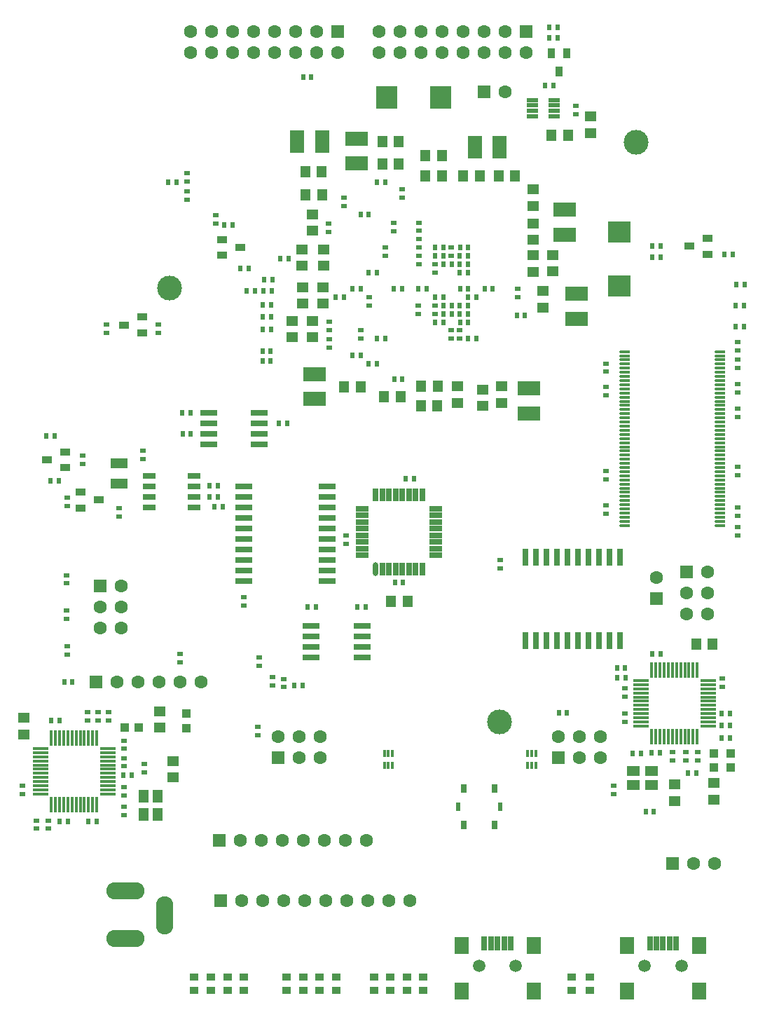
<source format=gts>
G04 Layer_Color=8388736*
%FSLAX44Y44*%
%MOMM*%
G71*
G01*
G75*
%ADD59C,1.6000*%
%ADD128R,1.1000X0.9000*%
%ADD129R,1.3000X0.9000*%
%ADD130R,0.9000X1.3000*%
%ADD131C,3.0000*%
%ADD132R,0.7604X2.1320*%
%ADD133R,2.1320X0.7604*%
%ADD134R,0.5500X0.7000*%
%ADD135R,0.7000X0.5500*%
%ADD136R,1.2032X1.4032*%
%ADD137R,1.4032X1.2032*%
%ADD138R,2.7000X1.7000*%
%ADD139R,1.7000X2.7000*%
%ADD140R,2.5000X2.7000*%
%ADD141R,2.7000X2.5000*%
%ADD142R,1.4970X1.2938*%
%ADD143R,1.2938X1.4970*%
%ADD144R,1.6500X0.7000*%
%ADD145O,1.3000X0.4000*%
%ADD146R,0.4000X0.9500*%
%ADD147R,1.7000X2.1000*%
%ADD148R,0.7000X1.7000*%
%ADD149R,1.1000X1.0000*%
%ADD150R,1.0000X1.1000*%
%ADD151R,0.4000X1.9000*%
%ADD152R,1.9000X0.4000*%
%ADD153R,2.0050X1.2176*%
%ADD154O,0.6500X1.6500*%
%ADD155R,0.6500X1.6500*%
%ADD156R,1.6500X0.6500*%
%ADD157R,1.3446X0.5064*%
%ADD158R,0.5500X1.1160*%
%ADD159R,0.7096X1.1160*%
%ADD160R,1.6000X1.6000*%
%ADD161R,1.6000X1.6000*%
%ADD162C,1.5160*%
%ADD163O,2.1000X4.6000*%
%ADD164O,4.6000X2.1000*%
D59*
X365800Y-60000D02*
D03*
X543600D02*
D03*
X518200D02*
D03*
X492800D02*
D03*
X467400D02*
D03*
X442000D02*
D03*
X416600D02*
D03*
X391200D02*
D03*
X340400D02*
D03*
X841607Y330700D02*
D03*
X912193Y-15000D02*
D03*
X886793D02*
D03*
X903870Y337058D02*
D03*
X878470Y311658D02*
D03*
X903870D02*
D03*
X878470Y286258D02*
D03*
X903870D02*
D03*
X774446Y137922D02*
D03*
Y112522D02*
D03*
X749046Y137922D02*
D03*
Y112522D02*
D03*
X723646Y137922D02*
D03*
X385064D02*
D03*
X410464Y112522D02*
D03*
Y137922D02*
D03*
X435864Y112522D02*
D03*
Y137922D02*
D03*
X291338Y204216D02*
D03*
X265938D02*
D03*
X240538D02*
D03*
X215138D02*
D03*
X189738D02*
D03*
X491900Y13000D02*
D03*
X339500D02*
D03*
X364900D02*
D03*
X390300D02*
D03*
X415700D02*
D03*
X441100D02*
D03*
X466500D02*
D03*
X659168Y917448D02*
D03*
X456892Y964946D02*
D03*
X431492Y990346D02*
D03*
Y964946D02*
D03*
X406092Y990346D02*
D03*
Y964946D02*
D03*
X380692Y990346D02*
D03*
Y964946D02*
D03*
X355292Y990346D02*
D03*
Y964946D02*
D03*
X329892Y990346D02*
D03*
Y964946D02*
D03*
X304492Y990346D02*
D03*
Y964946D02*
D03*
X279092Y990346D02*
D03*
Y964946D02*
D03*
X506930D02*
D03*
Y990346D02*
D03*
X532330Y964946D02*
D03*
Y990346D02*
D03*
X557730Y964946D02*
D03*
Y990346D02*
D03*
X583130Y964946D02*
D03*
Y990346D02*
D03*
X608530Y964946D02*
D03*
Y990346D02*
D03*
X633930Y964946D02*
D03*
Y990346D02*
D03*
X659330Y964946D02*
D03*
Y990346D02*
D03*
X684730Y964946D02*
D03*
X195200Y320150D02*
D03*
X169800Y294750D02*
D03*
X195200D02*
D03*
X169800Y269350D02*
D03*
X195200D02*
D03*
D128*
X560500Y-152000D02*
D03*
Y-168000D02*
D03*
X540500D02*
D03*
Y-152000D02*
D03*
X520500Y-168000D02*
D03*
Y-152000D02*
D03*
X500500D02*
D03*
Y-168000D02*
D03*
X283500Y-152000D02*
D03*
Y-168000D02*
D03*
X303500D02*
D03*
Y-152000D02*
D03*
X343500D02*
D03*
Y-168000D02*
D03*
X323500D02*
D03*
Y-152000D02*
D03*
X395142Y-152000D02*
D03*
Y-168000D02*
D03*
X415142D02*
D03*
Y-152000D02*
D03*
X435142Y-168000D02*
D03*
Y-152000D02*
D03*
X455142D02*
D03*
Y-168000D02*
D03*
X761322Y-168000D02*
D03*
Y-152000D02*
D03*
X740000D02*
D03*
Y-168000D02*
D03*
D129*
X146398Y433606D02*
D03*
Y414606D02*
D03*
X168398Y424106D02*
D03*
X882064Y730504D02*
D03*
X904064Y740004D02*
D03*
Y721004D02*
D03*
X317168Y738734D02*
D03*
Y719734D02*
D03*
X339168Y729234D02*
D03*
X105078Y472694D02*
D03*
X127078Y482194D02*
D03*
Y463194D02*
D03*
X220804Y626008D02*
D03*
Y645008D02*
D03*
X198804Y635508D02*
D03*
D130*
X724520Y941388D02*
D03*
X715020Y963388D02*
D03*
X734020D02*
D03*
D131*
X652394Y155970D02*
D03*
X817106Y856381D02*
D03*
X253791Y679965D02*
D03*
D132*
X798068Y354932D02*
D03*
X785368D02*
D03*
X798068Y254348D02*
D03*
X785368D02*
D03*
X683768Y354932D02*
D03*
X696468D02*
D03*
X709168D02*
D03*
X721868D02*
D03*
X734568D02*
D03*
X747268D02*
D03*
X759968D02*
D03*
X772668D02*
D03*
Y254348D02*
D03*
X759968D02*
D03*
X747268D02*
D03*
X734568D02*
D03*
X721868D02*
D03*
X709168D02*
D03*
X696468D02*
D03*
X683768D02*
D03*
D133*
X443852Y326374D02*
D03*
Y339074D02*
D03*
Y351774D02*
D03*
Y364474D02*
D03*
Y377174D02*
D03*
Y389874D02*
D03*
Y402574D02*
D03*
Y415274D02*
D03*
X343268D02*
D03*
Y402574D02*
D03*
Y389874D02*
D03*
Y377174D02*
D03*
Y364474D02*
D03*
Y351774D02*
D03*
Y339074D02*
D03*
Y326374D02*
D03*
X443852Y427974D02*
D03*
Y440674D02*
D03*
X343268Y427974D02*
D03*
Y440674D02*
D03*
X486102Y233782D02*
D03*
X424634D02*
D03*
X486102Y246482D02*
D03*
Y259182D02*
D03*
X424634Y246482D02*
D03*
Y259182D02*
D03*
X486102Y271882D02*
D03*
X424634D02*
D03*
X300818Y529330D02*
D03*
X362286D02*
D03*
X300818Y516630D02*
D03*
Y503930D02*
D03*
X362286Y516630D02*
D03*
Y503930D02*
D03*
X300818Y491230D02*
D03*
X362286D02*
D03*
D134*
X724000Y167000D02*
D03*
X734000D02*
D03*
X464486Y668782D02*
D03*
X454486D02*
D03*
X504524Y618998D02*
D03*
X514524D02*
D03*
X644318Y678942D02*
D03*
X634318D02*
D03*
X514270Y807974D02*
D03*
X504270D02*
D03*
X474552Y678942D02*
D03*
X484552D02*
D03*
X494458Y769112D02*
D03*
X484458D02*
D03*
X494364Y589026D02*
D03*
X504364D02*
D03*
X534590Y679196D02*
D03*
X524590D02*
D03*
X683180Y647446D02*
D03*
X673180D02*
D03*
X525098Y569976D02*
D03*
X535098D02*
D03*
X504364Y698754D02*
D03*
X494364D02*
D03*
X614506Y619244D02*
D03*
X624506D02*
D03*
X484552Y598678D02*
D03*
X474552D02*
D03*
X614600Y728980D02*
D03*
X604600D02*
D03*
X604346Y719074D02*
D03*
X614346D02*
D03*
X574374Y638810D02*
D03*
X584374D02*
D03*
X604346Y648462D02*
D03*
X614346D02*
D03*
X584534Y708914D02*
D03*
X594534D02*
D03*
X584534Y648462D02*
D03*
X594534D02*
D03*
X594788Y658876D02*
D03*
X584788D02*
D03*
X614346D02*
D03*
X604346D02*
D03*
X614506Y668782D02*
D03*
X624506D02*
D03*
X614600Y678942D02*
D03*
X604600D02*
D03*
X584628Y669036D02*
D03*
X574628D02*
D03*
X574374Y719074D02*
D03*
X584374D02*
D03*
X614600Y638556D02*
D03*
X604600D02*
D03*
X604346Y709168D02*
D03*
X614346D02*
D03*
X574374Y728980D02*
D03*
X584374D02*
D03*
X614346Y698754D02*
D03*
X604346D02*
D03*
X415000Y935000D02*
D03*
X425000D02*
D03*
X490500Y294750D02*
D03*
X480500D02*
D03*
X554562Y678942D02*
D03*
X564562D02*
D03*
X535832Y324286D02*
D03*
X525832D02*
D03*
X549040Y449508D02*
D03*
X539040D02*
D03*
X835994Y118298D02*
D03*
X845994D02*
D03*
X804250Y221500D02*
D03*
X794250D02*
D03*
X823000Y118250D02*
D03*
X813000D02*
D03*
X804592Y208976D02*
D03*
X794592D02*
D03*
X110326Y157828D02*
D03*
X120326D02*
D03*
X155792Y35908D02*
D03*
X165792D02*
D03*
X130486Y35654D02*
D03*
X120486D02*
D03*
X396000Y516750D02*
D03*
X386000D02*
D03*
X136250Y204500D02*
D03*
X126250D02*
D03*
X707500Y925000D02*
D03*
X717500D02*
D03*
X375910Y604076D02*
D03*
X365910D02*
D03*
X375910Y591757D02*
D03*
X365910D02*
D03*
X931084Y136332D02*
D03*
X921084D02*
D03*
X931084Y166050D02*
D03*
X921084D02*
D03*
Y151318D02*
D03*
X931084D02*
D03*
X366500Y630500D02*
D03*
X376500D02*
D03*
Y645607D02*
D03*
X366500D02*
D03*
Y660000D02*
D03*
X376500D02*
D03*
X829000Y48000D02*
D03*
X839000D02*
D03*
X329750Y756250D02*
D03*
X319750D02*
D03*
X349170Y703580D02*
D03*
X339170D02*
D03*
X110000Y447000D02*
D03*
X120000D02*
D03*
X114982Y501650D02*
D03*
X104982D02*
D03*
X377750Y690250D02*
D03*
X367750D02*
D03*
X377250Y676500D02*
D03*
X367250D02*
D03*
X847090Y731266D02*
D03*
X837090D02*
D03*
X420250Y294750D02*
D03*
X430250D02*
D03*
X948102Y633476D02*
D03*
X938102D02*
D03*
Y658622D02*
D03*
X948102D02*
D03*
X948356Y684022D02*
D03*
X938356D02*
D03*
X924132Y721106D02*
D03*
X934132D02*
D03*
X357000Y676500D02*
D03*
X347000D02*
D03*
X837090Y717296D02*
D03*
X847090D02*
D03*
X387500Y715750D02*
D03*
X397500D02*
D03*
X836756Y238440D02*
D03*
X846756D02*
D03*
X880250Y94000D02*
D03*
X890250D02*
D03*
X197956Y91534D02*
D03*
X207956D02*
D03*
X301832Y440944D02*
D03*
X311832D02*
D03*
Y427990D02*
D03*
X301832D02*
D03*
X308086Y416290D02*
D03*
X318086D02*
D03*
X269250Y529000D02*
D03*
X279250D02*
D03*
X279402Y503930D02*
D03*
X269402D02*
D03*
X414702Y200406D02*
D03*
X404702D02*
D03*
X722500Y982500D02*
D03*
X712500D02*
D03*
X722500Y995000D02*
D03*
X712500D02*
D03*
X252048Y808308D02*
D03*
X262048D02*
D03*
D135*
X360000Y150000D02*
D03*
Y140000D02*
D03*
X309118Y758270D02*
D03*
Y768270D02*
D03*
X148336Y477694D02*
D03*
Y467694D02*
D03*
X240030Y625936D02*
D03*
Y635936D02*
D03*
X445955Y757719D02*
D03*
Y747719D02*
D03*
X674624Y678862D02*
D03*
Y668862D02*
D03*
X514604Y728900D02*
D03*
Y718900D02*
D03*
X604520Y619078D02*
D03*
Y629078D02*
D03*
X494538Y658956D02*
D03*
Y668956D02*
D03*
X464312Y789098D02*
D03*
Y779098D02*
D03*
X524510Y758872D02*
D03*
Y748872D02*
D03*
X446786Y638984D02*
D03*
Y628984D02*
D03*
X554736Y759126D02*
D03*
Y749126D02*
D03*
X534670Y789258D02*
D03*
Y799258D02*
D03*
X484378Y628824D02*
D03*
Y618824D02*
D03*
X594360Y718900D02*
D03*
Y728900D02*
D03*
X554228Y658796D02*
D03*
Y648796D02*
D03*
X574548Y648796D02*
D03*
Y658796D02*
D03*
X554736Y729060D02*
D03*
Y739060D02*
D03*
Y708994D02*
D03*
Y718994D02*
D03*
X574548Y699088D02*
D03*
Y709088D02*
D03*
X343522Y296482D02*
D03*
Y306482D02*
D03*
X653250Y351250D02*
D03*
Y341250D02*
D03*
X803910Y186196D02*
D03*
Y196196D02*
D03*
X922020Y208134D02*
D03*
Y198134D02*
D03*
X892302Y109234D02*
D03*
Y119234D02*
D03*
X803910Y165970D02*
D03*
Y155970D02*
D03*
X877824Y109234D02*
D03*
Y119234D02*
D03*
X861314D02*
D03*
Y109234D02*
D03*
X198892Y123364D02*
D03*
Y133364D02*
D03*
Y102282D02*
D03*
Y112282D02*
D03*
X223250Y105250D02*
D03*
Y95250D02*
D03*
X198892Y76976D02*
D03*
Y66976D02*
D03*
X92974Y26844D02*
D03*
Y36844D02*
D03*
X198892Y43608D02*
D03*
Y53608D02*
D03*
X107198Y26844D02*
D03*
Y36844D02*
D03*
X193000Y414000D02*
D03*
Y404000D02*
D03*
X221000Y483750D02*
D03*
Y473750D02*
D03*
X940562Y524082D02*
D03*
Y534082D02*
D03*
X781050Y448644D02*
D03*
Y458644D02*
D03*
X940562Y583772D02*
D03*
Y593772D02*
D03*
Y404956D02*
D03*
Y414956D02*
D03*
Y614934D02*
D03*
Y604934D02*
D03*
X781050Y550244D02*
D03*
Y560244D02*
D03*
X940562Y454232D02*
D03*
Y464232D02*
D03*
X781050Y578946D02*
D03*
Y588946D02*
D03*
X940562Y554054D02*
D03*
Y564054D02*
D03*
X781050Y417274D02*
D03*
Y407274D02*
D03*
X940562Y381080D02*
D03*
Y391080D02*
D03*
X392000Y208000D02*
D03*
Y198000D02*
D03*
X378000Y210000D02*
D03*
Y200000D02*
D03*
X266000Y238000D02*
D03*
Y228000D02*
D03*
X745000Y890000D02*
D03*
Y900000D02*
D03*
X594000Y619000D02*
D03*
Y629000D02*
D03*
X180096Y157400D02*
D03*
Y167400D02*
D03*
X154950D02*
D03*
Y157400D02*
D03*
X167523D02*
D03*
Y167400D02*
D03*
X129712Y416566D02*
D03*
Y426566D02*
D03*
X177800Y635936D02*
D03*
Y625936D02*
D03*
X447000Y608500D02*
D03*
Y618500D02*
D03*
X130000Y237000D02*
D03*
Y247000D02*
D03*
X128750Y290500D02*
D03*
Y280500D02*
D03*
X129000Y323250D02*
D03*
Y333250D02*
D03*
X790000Y78750D02*
D03*
Y68750D02*
D03*
X362204Y233854D02*
D03*
Y223854D02*
D03*
X467000Y381250D02*
D03*
Y371250D02*
D03*
X76210Y68754D02*
D03*
Y78754D02*
D03*
X275000Y787000D02*
D03*
Y797000D02*
D03*
Y819000D02*
D03*
Y809000D02*
D03*
D136*
X464472Y560832D02*
D03*
X484472D02*
D03*
X671162Y815594D02*
D03*
X651162D02*
D03*
X532986Y549148D02*
D03*
X512986D02*
D03*
X418244Y792734D02*
D03*
X438244D02*
D03*
X437736Y820674D02*
D03*
X417736D02*
D03*
X577690Y561848D02*
D03*
X557690D02*
D03*
X583024Y815594D02*
D03*
X563024D02*
D03*
X557436Y537972D02*
D03*
X577436D02*
D03*
X563024Y840232D02*
D03*
X583024D02*
D03*
X628490Y815594D02*
D03*
X608490D02*
D03*
X510700Y857250D02*
D03*
X530700D02*
D03*
X510700Y830072D02*
D03*
X530700D02*
D03*
X541526Y301478D02*
D03*
X521526D02*
D03*
X910000Y250000D02*
D03*
X890000D02*
D03*
X715000Y865000D02*
D03*
X735000D02*
D03*
D137*
X692658Y738284D02*
D03*
Y758284D02*
D03*
X426212Y749206D02*
D03*
Y769206D02*
D03*
X654558Y561180D02*
D03*
Y541180D02*
D03*
X692658Y799432D02*
D03*
Y779432D02*
D03*
X425958Y620428D02*
D03*
Y640428D02*
D03*
X401574D02*
D03*
Y620428D02*
D03*
X632460Y537430D02*
D03*
Y557430D02*
D03*
X414020Y726788D02*
D03*
Y706788D02*
D03*
X704850Y676496D02*
D03*
Y656496D02*
D03*
X692658Y699676D02*
D03*
Y719676D02*
D03*
X414274Y661068D02*
D03*
Y681068D02*
D03*
X439166D02*
D03*
Y661068D02*
D03*
X716788Y720184D02*
D03*
Y700184D02*
D03*
X601218Y561180D02*
D03*
Y541180D02*
D03*
X439928Y706788D02*
D03*
Y726788D02*
D03*
X911860Y62070D02*
D03*
Y82070D02*
D03*
X864190Y80668D02*
D03*
Y60668D02*
D03*
X77734Y140716D02*
D03*
Y160716D02*
D03*
X242072Y168844D02*
D03*
Y148844D02*
D03*
X258074Y108900D02*
D03*
Y88900D02*
D03*
X762500Y887500D02*
D03*
Y867500D02*
D03*
D138*
X730758Y744714D02*
D03*
Y774714D02*
D03*
X688340Y558830D02*
D03*
Y528830D02*
D03*
X745236Y643114D02*
D03*
Y673114D02*
D03*
X428498Y575914D02*
D03*
Y545914D02*
D03*
X479298Y860566D02*
D03*
Y830566D02*
D03*
D139*
X407910Y856996D02*
D03*
X437910D02*
D03*
X652794Y850646D02*
D03*
X622794D02*
D03*
D140*
X516254Y909970D02*
D03*
X581254D02*
D03*
D141*
X797052Y682510D02*
D03*
Y747510D02*
D03*
D142*
X836426Y79364D02*
D03*
X814328D02*
D03*
Y96382D02*
D03*
X836426D02*
D03*
D143*
X222368Y66176D02*
D03*
Y44078D02*
D03*
X239386D02*
D03*
Y66176D02*
D03*
D144*
X282924Y453550D02*
D03*
Y440850D02*
D03*
Y428150D02*
D03*
Y415450D02*
D03*
X228822D02*
D03*
Y428150D02*
D03*
Y440850D02*
D03*
Y453550D02*
D03*
D145*
X804204Y603264D02*
D03*
Y598264D02*
D03*
Y593264D02*
D03*
Y588264D02*
D03*
Y583264D02*
D03*
Y578264D02*
D03*
Y573264D02*
D03*
Y568264D02*
D03*
Y563264D02*
D03*
Y558264D02*
D03*
Y553264D02*
D03*
Y548264D02*
D03*
Y543264D02*
D03*
Y538264D02*
D03*
Y533264D02*
D03*
Y528264D02*
D03*
Y523264D02*
D03*
Y518264D02*
D03*
Y513264D02*
D03*
Y508264D02*
D03*
Y503264D02*
D03*
Y498264D02*
D03*
Y493264D02*
D03*
Y488264D02*
D03*
Y483264D02*
D03*
Y478264D02*
D03*
Y473264D02*
D03*
Y468264D02*
D03*
Y463264D02*
D03*
Y458264D02*
D03*
Y453264D02*
D03*
Y448264D02*
D03*
Y443264D02*
D03*
Y438264D02*
D03*
Y433264D02*
D03*
Y428264D02*
D03*
Y423264D02*
D03*
Y418264D02*
D03*
Y413264D02*
D03*
Y408264D02*
D03*
Y403264D02*
D03*
Y398264D02*
D03*
Y393264D02*
D03*
X919204Y603264D02*
D03*
Y598264D02*
D03*
Y593264D02*
D03*
Y588264D02*
D03*
Y583264D02*
D03*
Y578264D02*
D03*
Y573264D02*
D03*
Y568264D02*
D03*
Y563264D02*
D03*
Y558264D02*
D03*
Y553264D02*
D03*
Y548264D02*
D03*
Y543264D02*
D03*
Y538264D02*
D03*
Y533264D02*
D03*
Y528264D02*
D03*
Y523264D02*
D03*
Y518264D02*
D03*
Y513264D02*
D03*
Y508264D02*
D03*
Y503264D02*
D03*
Y498264D02*
D03*
Y493264D02*
D03*
Y488264D02*
D03*
Y483264D02*
D03*
Y478264D02*
D03*
Y473264D02*
D03*
Y468264D02*
D03*
Y463264D02*
D03*
Y458264D02*
D03*
Y453264D02*
D03*
Y448264D02*
D03*
Y443264D02*
D03*
Y438264D02*
D03*
Y433264D02*
D03*
Y428264D02*
D03*
Y423264D02*
D03*
Y418264D02*
D03*
Y413264D02*
D03*
Y408264D02*
D03*
Y403264D02*
D03*
Y398264D02*
D03*
Y393264D02*
D03*
D146*
X696134Y103494D02*
D03*
X691134D02*
D03*
X686134D02*
D03*
Y117994D02*
D03*
X691134D02*
D03*
X696134D02*
D03*
X523160D02*
D03*
X518160D02*
D03*
X513160D02*
D03*
Y103494D02*
D03*
X518160D02*
D03*
X523160D02*
D03*
D147*
X806600Y-113948D02*
D03*
Y-169000D02*
D03*
X893600Y-113948D02*
D03*
Y-169000D02*
D03*
X693600D02*
D03*
Y-113948D02*
D03*
X606600Y-169000D02*
D03*
Y-113948D02*
D03*
D148*
X834000Y-112000D02*
D03*
X842000D02*
D03*
X850000D02*
D03*
X858000D02*
D03*
X866002D02*
D03*
X666002D02*
D03*
X658000D02*
D03*
X650000D02*
D03*
X642000D02*
D03*
X634000D02*
D03*
D149*
X911860Y101162D02*
D03*
Y118162D02*
D03*
X932180D02*
D03*
Y101162D02*
D03*
X273512Y165726D02*
D03*
Y148726D02*
D03*
D150*
X216028Y149192D02*
D03*
X199028D02*
D03*
D151*
X836354Y137996D02*
D03*
X841354D02*
D03*
X846354D02*
D03*
X851354D02*
D03*
X856354D02*
D03*
X861354D02*
D03*
X866354D02*
D03*
X871354D02*
D03*
X876354D02*
D03*
X881354D02*
D03*
X886354D02*
D03*
X891354D02*
D03*
Y218996D02*
D03*
X886354D02*
D03*
X881354D02*
D03*
X876354D02*
D03*
X871354D02*
D03*
X866354D02*
D03*
X861354D02*
D03*
X856354D02*
D03*
X851354D02*
D03*
X846354D02*
D03*
X841354D02*
D03*
X836354D02*
D03*
X165686Y55860D02*
D03*
X160686D02*
D03*
X155686D02*
D03*
X150686D02*
D03*
X145686D02*
D03*
X140686D02*
D03*
X135686D02*
D03*
X130686D02*
D03*
X125686D02*
D03*
X120686D02*
D03*
X115686D02*
D03*
X110686D02*
D03*
Y136860D02*
D03*
X115686D02*
D03*
X120686D02*
D03*
X125686D02*
D03*
X130686D02*
D03*
X135686D02*
D03*
X140686D02*
D03*
X145686D02*
D03*
X150686D02*
D03*
X155686D02*
D03*
X160686D02*
D03*
X165686D02*
D03*
D152*
X904354Y150996D02*
D03*
Y155996D02*
D03*
Y160996D02*
D03*
Y165996D02*
D03*
Y170996D02*
D03*
Y175996D02*
D03*
Y180996D02*
D03*
Y185996D02*
D03*
Y190996D02*
D03*
Y195996D02*
D03*
Y200996D02*
D03*
Y205996D02*
D03*
X823354D02*
D03*
Y200996D02*
D03*
Y195996D02*
D03*
Y190996D02*
D03*
Y185996D02*
D03*
Y180996D02*
D03*
Y175996D02*
D03*
Y170996D02*
D03*
Y165996D02*
D03*
Y160996D02*
D03*
Y155996D02*
D03*
Y150996D02*
D03*
X97686Y68860D02*
D03*
Y73860D02*
D03*
Y78860D02*
D03*
Y83860D02*
D03*
Y88860D02*
D03*
Y93860D02*
D03*
Y98860D02*
D03*
Y103860D02*
D03*
Y108860D02*
D03*
Y113860D02*
D03*
Y118860D02*
D03*
Y123860D02*
D03*
X178686D02*
D03*
Y118860D02*
D03*
Y113860D02*
D03*
Y108860D02*
D03*
Y103860D02*
D03*
Y98860D02*
D03*
Y93860D02*
D03*
Y88860D02*
D03*
Y83860D02*
D03*
Y78860D02*
D03*
Y73860D02*
D03*
Y68860D02*
D03*
D153*
X192750Y468192D02*
D03*
Y444000D02*
D03*
D154*
X502832Y340750D02*
D03*
D155*
X510832D02*
D03*
X518832D02*
D03*
X526832D02*
D03*
X534832D02*
D03*
X542832D02*
D03*
X550832D02*
D03*
X558832D02*
D03*
Y430250D02*
D03*
X550832D02*
D03*
X542832D02*
D03*
X534832D02*
D03*
X526832D02*
D03*
X518832D02*
D03*
X510832D02*
D03*
X502832D02*
D03*
D156*
X575582Y357500D02*
D03*
Y365500D02*
D03*
Y373500D02*
D03*
Y381500D02*
D03*
Y389500D02*
D03*
Y397500D02*
D03*
Y405500D02*
D03*
Y413500D02*
D03*
X486082D02*
D03*
Y405500D02*
D03*
Y397500D02*
D03*
Y389500D02*
D03*
Y381500D02*
D03*
Y373500D02*
D03*
Y365500D02*
D03*
Y357500D02*
D03*
D157*
X692000Y907250D02*
D03*
Y900750D02*
D03*
Y894198D02*
D03*
Y887594D02*
D03*
X718208D02*
D03*
Y894198D02*
D03*
Y900750D02*
D03*
Y907250D02*
D03*
D158*
X653170Y53608D02*
D03*
X602650D02*
D03*
D159*
X609458Y75608D02*
D03*
Y31510D02*
D03*
X646500D02*
D03*
Y75608D02*
D03*
D160*
X315000Y-60000D02*
D03*
X861393Y-15000D02*
D03*
X723646Y112522D02*
D03*
X385064D02*
D03*
X164338Y204216D02*
D03*
X314100Y13000D02*
D03*
X633768Y917448D02*
D03*
X456892Y990346D02*
D03*
X684730D02*
D03*
D161*
X841607Y305300D02*
D03*
X878470Y337058D02*
D03*
X169800Y320150D02*
D03*
D162*
X828000Y-138840D02*
D03*
X872098D02*
D03*
X672098D02*
D03*
X628000D02*
D03*
D163*
X248000Y-78000D02*
D03*
D164*
X200000Y-106000D02*
D03*
Y-48000D02*
D03*
M02*

</source>
